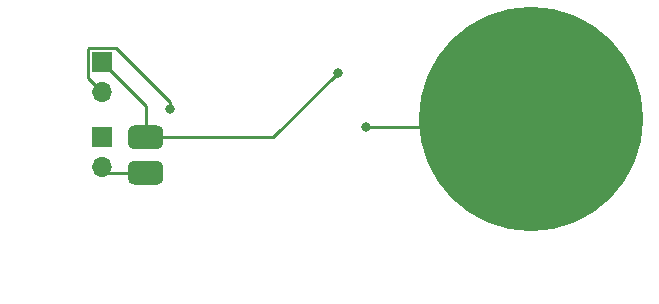
<source format=gbr>
%TF.GenerationSoftware,KiCad,Pcbnew,5.1.9*%
%TF.CreationDate,2021-05-01T17:54:34+02:00*%
%TF.ProjectId,LiPo_Circuit,4c69506f-5f43-4697-9263-7569742e6b69,rev?*%
%TF.SameCoordinates,Original*%
%TF.FileFunction,Copper,L2,Bot*%
%TF.FilePolarity,Positive*%
%FSLAX46Y46*%
G04 Gerber Fmt 4.6, Leading zero omitted, Abs format (unit mm)*
G04 Created by KiCad (PCBNEW 5.1.9) date 2021-05-01 17:54:34*
%MOMM*%
%LPD*%
G01*
G04 APERTURE LIST*
%TA.AperFunction,SMDPad,CuDef*%
%ADD10C,19.000000*%
%TD*%
%TA.AperFunction,ComponentPad*%
%ADD11R,1.700000X1.700000*%
%TD*%
%TA.AperFunction,ComponentPad*%
%ADD12O,1.700000X1.700000*%
%TD*%
%TA.AperFunction,ViaPad*%
%ADD13C,0.800000*%
%TD*%
%TA.AperFunction,Conductor*%
%ADD14C,0.250000*%
%TD*%
G04 APERTURE END LIST*
D10*
%TO.P,BatDummy1,2*%
%TO.N,PowerOut*%
X156083000Y-118999000D03*
%TD*%
%TO.P,BT1,1*%
%TO.N,Net-(BT1-Pad1)*%
%TA.AperFunction,SMDPad,CuDef*%
G36*
G01*
X121944000Y-124023000D02*
X121944000Y-123023000D01*
G75*
G02*
X122444000Y-122523000I500000J0D01*
G01*
X124444000Y-122523000D01*
G75*
G02*
X124944000Y-123023000I0J-500000D01*
G01*
X124944000Y-124023000D01*
G75*
G02*
X124444000Y-124523000I-500000J0D01*
G01*
X122444000Y-124523000D01*
G75*
G02*
X121944000Y-124023000I0J500000D01*
G01*
G37*
%TD.AperFunction*%
%TO.P,BT1,2*%
%TO.N,BAT-*%
%TA.AperFunction,SMDPad,CuDef*%
G36*
G01*
X121944000Y-121023000D02*
X121944000Y-120023000D01*
G75*
G02*
X122444000Y-119523000I500000J0D01*
G01*
X124444000Y-119523000D01*
G75*
G02*
X124944000Y-120023000I0J-500000D01*
G01*
X124944000Y-121023000D01*
G75*
G02*
X124444000Y-121523000I-500000J0D01*
G01*
X122444000Y-121523000D01*
G75*
G02*
X121944000Y-121023000I0J500000D01*
G01*
G37*
%TD.AperFunction*%
%TD*%
D11*
%TO.P,J_Bat_Cur1,1*%
%TO.N,BAT+*%
X119761000Y-120523000D03*
D12*
%TO.P,J_Bat_Cur1,2*%
%TO.N,Net-(BT1-Pad1)*%
X119761000Y-123063000D03*
%TD*%
D11*
%TO.P,J_ChgIn1,1*%
%TO.N,BAT-*%
X119761000Y-114173000D03*
D12*
%TO.P,J_ChgIn1,2*%
%TO.N,CHG+*%
X119761000Y-116713000D03*
%TD*%
D13*
%TO.N,BAT-*%
X139700000Y-115062000D03*
%TO.N,PowerOut*%
X142113000Y-119634000D03*
%TO.N,CHG+*%
X125476000Y-118110000D03*
%TD*%
D14*
%TO.N,BAT-*%
X123444000Y-117856000D02*
X119761000Y-114173000D01*
X123444000Y-120523000D02*
X123444000Y-117856000D01*
X123444000Y-120523000D02*
X134239000Y-120523000D01*
X134239000Y-120523000D02*
X139700000Y-115062000D01*
%TO.N,PowerOut*%
X155448000Y-119634000D02*
X156083000Y-118999000D01*
X142113000Y-119634000D02*
X155448000Y-119634000D01*
%TO.N,Net-(BT1-Pad1)*%
X120221000Y-123523000D02*
X119761000Y-123063000D01*
X123444000Y-123523000D02*
X120221000Y-123523000D01*
%TO.N,CHG+*%
X125476000Y-118110000D02*
X125476000Y-117544315D01*
X125476000Y-117544315D02*
X120929684Y-112997999D01*
X120929684Y-112997999D02*
X118650999Y-112997999D01*
X118650999Y-112997999D02*
X118585999Y-113062999D01*
X118585999Y-113062999D02*
X118585999Y-115537999D01*
X118585999Y-115537999D02*
X119761000Y-116713000D01*
%TD*%
M02*

</source>
